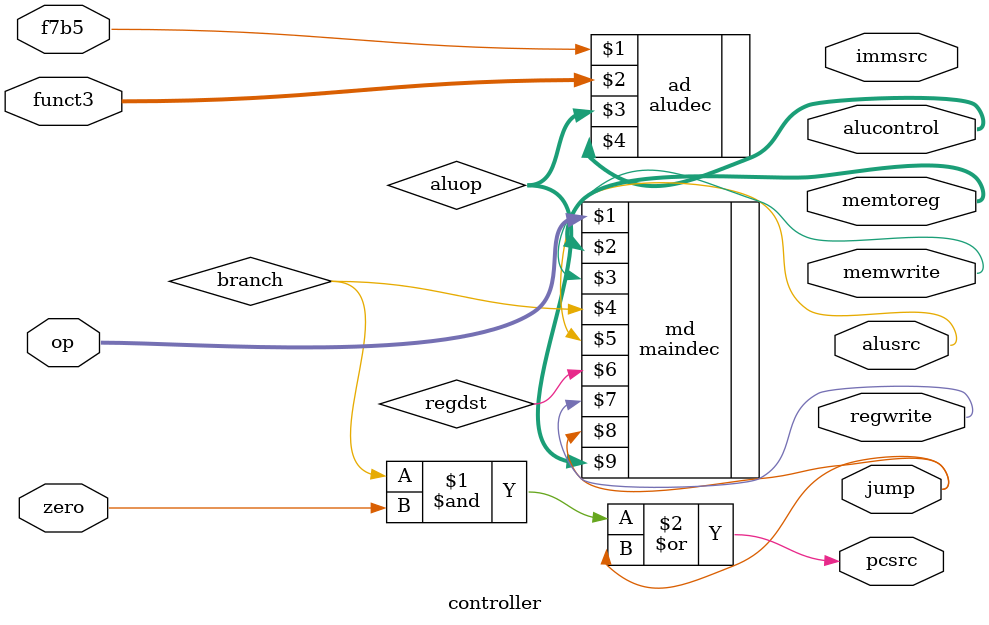
<source format=sv>
module controller(
   input logic f7b5,
   input logic [2:0] funct3,
   input logic [6:0] op,
   input logic zero,
   output logic [1:0] memtoreg,
   output logic memwrite,
   output logic pcsrc, alusrc,
   output logic regwrite, jump,
   output logic [1:0] immsrc,
   output logic [2:0] alucontrol
);
   
   logic [1:0] aluop;
   logic branch;

   maindec md(op ,memtoreg ,memwrite ,branch ,alusrc, regdst, regwrite, jump ,aluop);  
   aludec ad(f7b5 ,funct3 ,aluop ,alucontrol);
   assign pcsrc = branch & zero | jump;
   
endmodule

</source>
